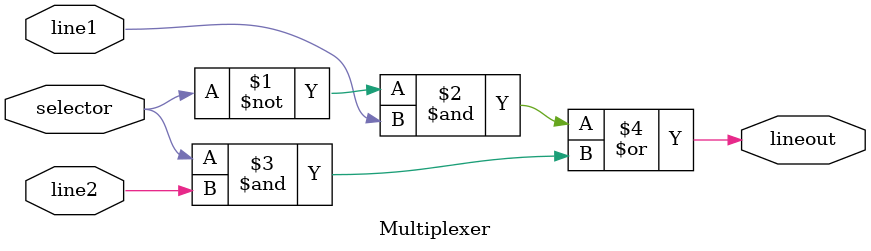
<source format=v>
module Multiplexer(line1, line2, lineout, selector);

	// Define inputs and outputs
	input line1, line2, selector;
	output lineout;
	
	// Select output
	assign lineout = (~selector & line1) | (selector & line2);
	
endmodule
</source>
